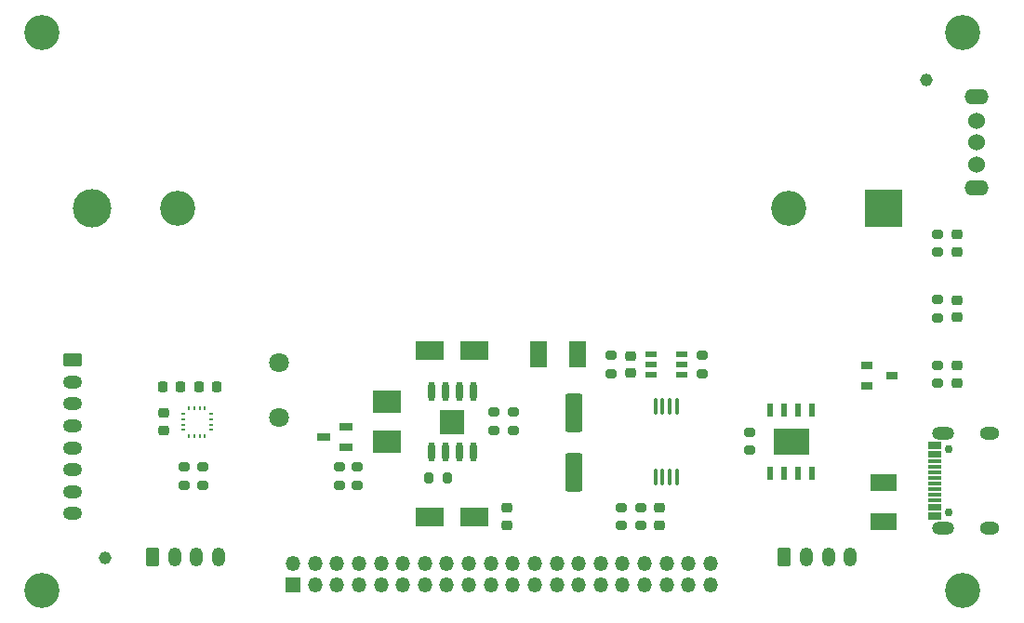
<source format=gbr>
%TF.GenerationSoftware,KiCad,Pcbnew,(6.0.10)*%
%TF.CreationDate,2023-03-03T00:05:23+07:00*%
%TF.ProjectId,wt32_sc01_ext,77743332-5f73-4633-9031-5f6578742e6b,rev?*%
%TF.SameCoordinates,Original*%
%TF.FileFunction,Soldermask,Top*%
%TF.FilePolarity,Negative*%
%FSLAX46Y46*%
G04 Gerber Fmt 4.6, Leading zero omitted, Abs format (unit mm)*
G04 Created by KiCad (PCBNEW (6.0.10)) date 2023-03-03 00:05:23*
%MOMM*%
%LPD*%
G01*
G04 APERTURE LIST*
G04 Aperture macros list*
%AMRoundRect*
0 Rectangle with rounded corners*
0 $1 Rounding radius*
0 $2 $3 $4 $5 $6 $7 $8 $9 X,Y pos of 4 corners*
0 Add a 4 corners polygon primitive as box body*
4,1,4,$2,$3,$4,$5,$6,$7,$8,$9,$2,$3,0*
0 Add four circle primitives for the rounded corners*
1,1,$1+$1,$2,$3*
1,1,$1+$1,$4,$5*
1,1,$1+$1,$6,$7*
1,1,$1+$1,$8,$9*
0 Add four rect primitives between the rounded corners*
20,1,$1+$1,$2,$3,$4,$5,0*
20,1,$1+$1,$4,$5,$6,$7,0*
20,1,$1+$1,$6,$7,$8,$9,0*
20,1,$1+$1,$8,$9,$2,$3,0*%
G04 Aperture macros list end*
%ADD10RoundRect,0.200000X-0.275000X0.200000X-0.275000X-0.200000X0.275000X-0.200000X0.275000X0.200000X0*%
%ADD11RoundRect,0.225000X0.250000X-0.225000X0.250000X0.225000X-0.250000X0.225000X-0.250000X-0.225000X0*%
%ADD12R,1.250013X0.700000*%
%ADD13C,1.800000*%
%ADD14RoundRect,0.218750X0.256250X-0.218750X0.256250X0.218750X-0.256250X0.218750X-0.256250X-0.218750X0*%
%ADD15RoundRect,0.200000X0.275000X-0.200000X0.275000X0.200000X-0.275000X0.200000X-0.275000X-0.200000X0*%
%ADD16R,0.600000X1.200000*%
%ADD17R,3.300000X2.400000*%
%ADD18RoundRect,0.200000X0.200000X0.275000X-0.200000X0.275000X-0.200000X-0.275000X0.200000X-0.275000X0*%
%ADD19RoundRect,0.250000X-0.625000X0.350000X-0.625000X-0.350000X0.625000X-0.350000X0.625000X0.350000X0*%
%ADD20O,1.750000X1.200000*%
%ADD21O,0.600000X1.800000*%
%ADD22R,2.289992X2.289992*%
%ADD23C,0.750013*%
%ADD24O,2.000000X1.200000*%
%ADD25O,1.800000X1.200000*%
%ADD26R,1.300000X0.300000*%
%ADD27RoundRect,0.225000X-0.250000X0.225000X-0.250000X-0.225000X0.250000X-0.225000X0.250000X0.225000X0*%
%ADD28C,3.200000*%
%ADD29C,1.152000*%
%ADD30R,2.500000X2.000000*%
%ADD31C,1.524003*%
%ADD32O,2.200000X1.400000*%
%ADD33R,2.500000X1.800000*%
%ADD34RoundRect,0.250000X-0.350000X-0.625000X0.350000X-0.625000X0.350000X0.625000X-0.350000X0.625000X0*%
%ADD35O,1.200000X1.750000*%
%ADD36R,1.350000X1.350000*%
%ADD37O,1.350000X1.350000*%
%ADD38R,3.500000X3.500000*%
%ADD39C,3.500000*%
%ADD40R,1.607493X2.375997*%
%ADD41R,1.000000X0.800000*%
%ADD42R,1.000000X0.550013*%
%ADD43R,2.375997X1.607493*%
%ADD44R,0.250013X0.450013*%
%ADD45R,0.450013X0.250013*%
%ADD46O,0.400000X1.500000*%
%ADD47RoundRect,0.250000X-0.550000X1.500000X-0.550000X-1.500000X0.550000X-1.500000X0.550000X1.500000X0*%
%ADD48RoundRect,0.225000X-0.225000X-0.250000X0.225000X-0.250000X0.225000X0.250000X-0.225000X0.250000X0*%
%ADD49RoundRect,0.225000X0.225000X0.250000X-0.225000X0.250000X-0.225000X-0.250000X0.225000X-0.250000X0*%
G04 APERTURE END LIST*
D10*
%TO.C,R17*%
X32271290Y14667620D03*
X32271290Y13017620D03*
%TD*%
%TO.C,R12*%
X44703580Y19680240D03*
X44703580Y18030240D03*
%TD*%
D11*
%TO.C,C7*%
X59819290Y9403620D03*
X59819290Y10953620D03*
%TD*%
D10*
%TO.C,R13*%
X56274290Y11003620D03*
X56274290Y9353620D03*
%TD*%
D12*
%TO.C,Q1*%
X31239290Y16478658D03*
X31239290Y18378582D03*
X29239290Y17428620D03*
%TD*%
D10*
%TO.C,R11*%
X46453580Y19680240D03*
X46453580Y18030240D03*
%TD*%
D13*
%TO.C,BZ1*%
X25159290Y19217001D03*
X25159290Y24217001D03*
%TD*%
D14*
%TO.C,D2*%
X86881290Y28295120D03*
X86881290Y29870120D03*
%TD*%
D15*
%TO.C,R15*%
X85103290Y22288620D03*
X85103290Y23938620D03*
%TD*%
D16*
%TO.C,U1*%
X69863286Y14091314D03*
X71133289Y14091314D03*
X72403291Y14091314D03*
X73673294Y14091314D03*
X73673294Y19907926D03*
X72403291Y19907926D03*
X71133289Y19907926D03*
X69863286Y19907926D03*
D17*
X71768290Y16999620D03*
%TD*%
D18*
%TO.C,R10*%
X40462290Y13715620D03*
X38812290Y13715620D03*
%TD*%
D19*
%TO.C,J4*%
X6353290Y24428620D03*
D20*
X6353290Y22428620D03*
X6353290Y20428620D03*
X6353290Y18428620D03*
X6353290Y16428620D03*
X6353290Y14428620D03*
X6353290Y12428620D03*
X6353290Y10428620D03*
%TD*%
D21*
%TO.C,U5*%
X39002286Y16023204D03*
X40272289Y16023204D03*
X41542291Y16023204D03*
X42812294Y16023204D03*
X42812294Y21568036D03*
X41542291Y21568036D03*
X40272289Y21568036D03*
X39002286Y21568036D03*
D22*
X40907290Y18795620D03*
%TD*%
D23*
%TO.C,CN1*%
X86137669Y16327528D03*
X86137669Y10527680D03*
D24*
X85637542Y9102483D03*
X85637542Y17752725D03*
D25*
X89837440Y17752725D03*
X89837440Y9102483D03*
D26*
X84869190Y10077591D03*
X84869190Y10877693D03*
X84869190Y12177667D03*
X84869190Y13177667D03*
X84869190Y13677540D03*
X84869190Y14677286D03*
X84869190Y15977769D03*
X84869190Y16777617D03*
X84869190Y16477642D03*
X84869190Y15677540D03*
X84869190Y15177667D03*
X84869190Y14177667D03*
X84869190Y12677540D03*
X84869190Y11677540D03*
X84869190Y11177667D03*
X84869190Y10377566D03*
%TD*%
D27*
%TO.C,C3*%
X57140290Y24777620D03*
X57140290Y23227620D03*
%TD*%
D28*
%TO.C,H4*%
X3569290Y3428620D03*
%TD*%
D29*
%TO.C,REF\u002A\u002A*%
X84069290Y49928620D03*
%TD*%
%TO.C,REF\u002A\u002A*%
X9319290Y6428620D03*
%TD*%
D10*
%TO.C,R1*%
X18174290Y14667620D03*
X18174290Y13017620D03*
%TD*%
D30*
%TO.C,L1*%
X34938303Y16945747D03*
X34938303Y20645518D03*
%TD*%
D15*
%TO.C,R3*%
X85103290Y28257620D03*
X85103290Y29907620D03*
%TD*%
D14*
%TO.C,D1*%
X86881290Y34264120D03*
X86881290Y35839120D03*
%TD*%
D31*
%TO.C,SW1*%
X88653290Y42228112D03*
X88653290Y44228112D03*
X88653290Y46228112D03*
D32*
X88653290Y48378226D03*
X88653290Y40077998D03*
%TD*%
D15*
%TO.C,R7*%
X67958290Y16192620D03*
X67958290Y17842620D03*
%TD*%
%TO.C,R8*%
X63640290Y23177620D03*
X63640290Y24827620D03*
%TD*%
D27*
%TO.C,C5*%
X45860290Y10934620D03*
X45860290Y9384620D03*
%TD*%
D33*
%TO.C,D4*%
X38907290Y10159620D03*
X42907290Y10159620D03*
%TD*%
D34*
%TO.C,J1*%
X13653290Y6449620D03*
D35*
X15653290Y6449620D03*
X17653290Y6449620D03*
X19653290Y6449620D03*
%TD*%
D36*
%TO.C,J3*%
X26430000Y3930000D03*
D37*
X26430000Y5930000D03*
X28430000Y3930000D03*
X28430000Y5930000D03*
X30430000Y3930000D03*
X30430000Y5930000D03*
X32430000Y3930000D03*
X32430000Y5930000D03*
X34430000Y3930000D03*
X34430000Y5930000D03*
X36430000Y3930000D03*
X36430000Y5930000D03*
X38430000Y3930000D03*
X38430000Y5930000D03*
X40430000Y3930000D03*
X40430000Y5930000D03*
X42430000Y3930000D03*
X42430000Y5930000D03*
X44430000Y3930000D03*
X44430000Y5930000D03*
X46430000Y3930000D03*
X46430000Y5930000D03*
X48430000Y3930000D03*
X48430000Y5930000D03*
X50430000Y3930000D03*
X50430000Y5930000D03*
X52430000Y3930000D03*
X52430000Y5930000D03*
X54430000Y3930000D03*
X54430000Y5930000D03*
X56430000Y3930000D03*
X56430000Y5930000D03*
X58430000Y3930000D03*
X58430000Y5930000D03*
X60430000Y3930000D03*
X60430000Y5930000D03*
X62430000Y3930000D03*
X62430000Y5930000D03*
X64430000Y3930000D03*
X64430000Y5930000D03*
%TD*%
D28*
%TO.C,BT1*%
X15898290Y38249620D03*
X71508290Y38249620D03*
D38*
X80153290Y38249620D03*
D39*
X8153290Y38249620D03*
%TD*%
D15*
%TO.C,R4*%
X85103290Y34226620D03*
X85103290Y35876620D03*
%TD*%
D28*
%TO.C,H3*%
X87389290Y54228620D03*
%TD*%
D34*
%TO.C,J2*%
X71153290Y6499620D03*
D35*
X73153290Y6499620D03*
X75153290Y6499620D03*
X77153290Y6499620D03*
%TD*%
D40*
%TO.C,C4*%
X52363176Y24928620D03*
X48755404Y24928620D03*
%TD*%
D41*
%TO.C,U6*%
X78619277Y23936633D03*
X78619277Y22036607D03*
X80919303Y22986569D03*
%TD*%
D33*
%TO.C,D3*%
X42907290Y25272620D03*
X38907290Y25272620D03*
%TD*%
D28*
%TO.C,H1*%
X87389290Y3428620D03*
%TD*%
%TO.C,H2*%
X3569290Y54228620D03*
%TD*%
D27*
%TO.C,C2*%
X14618290Y19570620D03*
X14618290Y18020620D03*
%TD*%
D10*
%TO.C,R9*%
X55390290Y24827620D03*
X55390290Y23177620D03*
%TD*%
%TO.C,R2*%
X16523290Y14667620D03*
X16523290Y13017620D03*
%TD*%
D42*
%TO.C,U3*%
X61790341Y23052760D03*
X61790341Y24002722D03*
X61790341Y24952684D03*
X58990239Y24952684D03*
X58990239Y24002722D03*
X58990239Y23052760D03*
%TD*%
D10*
%TO.C,R16*%
X30620290Y14667620D03*
X30620290Y13017620D03*
%TD*%
D43*
%TO.C,C1*%
X80153290Y13303506D03*
X80153290Y9695734D03*
%TD*%
D44*
%TO.C,U2*%
X16916366Y17535752D03*
X17416493Y17535752D03*
X17916366Y17535752D03*
X18416493Y17535752D03*
D45*
X18929320Y18048833D03*
X18929320Y18548960D03*
X18929320Y19048833D03*
X18929320Y19548960D03*
D44*
X18416239Y20061787D03*
X17916112Y20061787D03*
X17416239Y20061787D03*
X16916112Y20061787D03*
D45*
X16403285Y19548706D03*
X16403285Y19048579D03*
X16403285Y18548706D03*
X16403285Y18048579D03*
%TD*%
D15*
%TO.C,R14*%
X58069290Y9353620D03*
X58069290Y11003620D03*
%TD*%
D46*
%TO.C,U4*%
X59415131Y13802214D03*
X60065373Y13802214D03*
X60715614Y13802214D03*
X61365855Y13802214D03*
X61365855Y20203026D03*
X60715614Y20203026D03*
X60065373Y20203026D03*
X59415131Y20203026D03*
%TD*%
D47*
%TO.C,C6*%
X51956290Y19628620D03*
X51956290Y14228620D03*
%TD*%
D48*
%TO.C,C9*%
X14605290Y21970620D03*
X16155290Y21970620D03*
%TD*%
D49*
%TO.C,C8*%
X19457290Y21970620D03*
X17907290Y21970620D03*
%TD*%
D14*
%TO.C,D5*%
X86881290Y22326120D03*
X86881290Y23901120D03*
%TD*%
M02*

</source>
